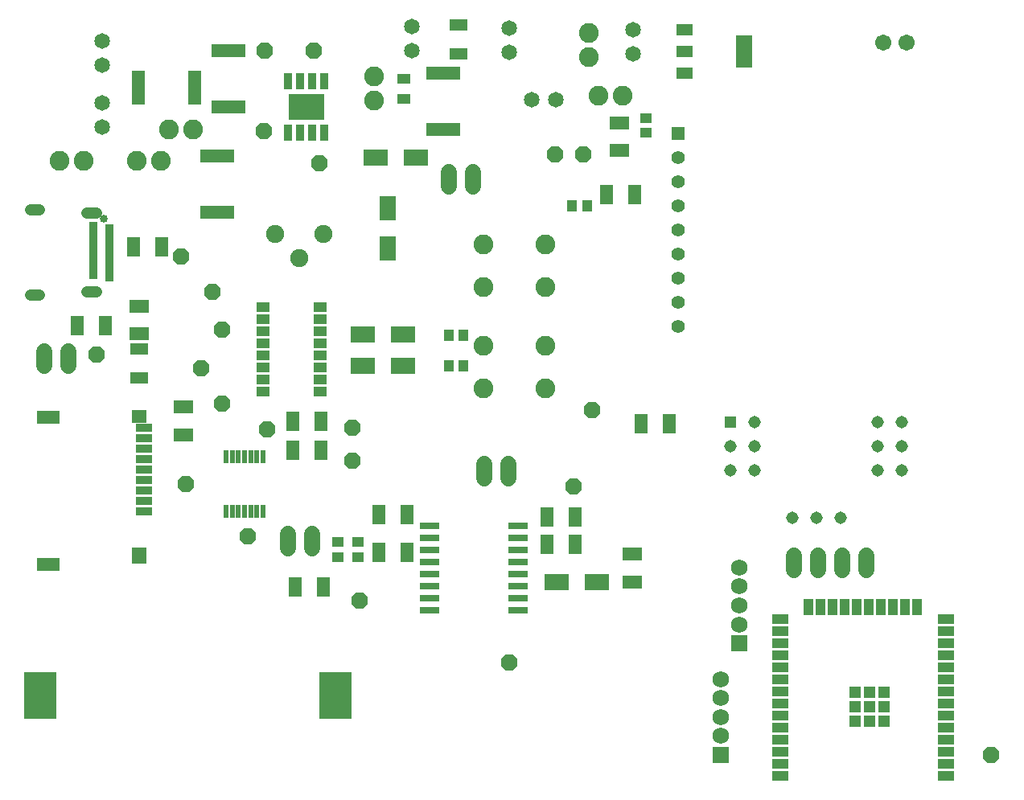
<source format=gbr>
G04 EAGLE Gerber RS-274X export*
G75*
%MOMM*%
%FSLAX34Y34*%
%LPD*%
%INSoldermask Top*%
%IPPOS*%
%AMOC8*
5,1,8,0,0,1.08239X$1,22.5*%
G01*
G04 Define Apertures*
%ADD10R,3.353200X4.983200*%
%ADD11R,1.173400X1.124100*%
%ADD12R,2.595200X1.768500*%
%ADD13R,1.413500X1.078900*%
%ADD14C,1.903200*%
%ADD15R,1.411200X1.411200*%
%ADD16C,1.411200*%
%ADD17R,1.311200X1.311200*%
%ADD18C,1.311200*%
%ADD19R,0.813200X1.803200*%
%ADD20R,3.713200X2.823200*%
%ADD21R,0.563200X1.463200*%
%ADD22R,1.803200X0.903200*%
%ADD23R,1.603200X1.403200*%
%ADD24R,1.603200X1.803200*%
%ADD25R,2.403200X1.403200*%
%ADD26R,2.077200X0.735800*%
%ADD27R,1.703200X1.203200*%
%ADD28R,1.703200X3.503200*%
%ADD29R,1.703200X1.103200*%
%ADD30R,1.103200X1.703200*%
%ADD31R,1.253200X1.253200*%
%ADD32R,1.403200X1.003200*%
%ADD33C,1.211200*%
%ADD34R,0.903200X0.503200*%
%ADD35C,0.853200*%
%ADD36R,1.915000X1.165000*%
%ADD37C,2.082800*%
%ADD38R,1.124100X1.173400*%
%ADD39R,1.768500X2.595200*%
%ADD40R,2.018500X1.367800*%
%ADD41P,1.8695X8X22.5*%
%ADD42C,1.727200*%
%ADD43R,1.727200X1.727200*%
%ADD44C,1.727200*%
%ADD45C,1.653200*%
%ADD46R,1.434400X3.573400*%
%ADD47R,3.573400X1.434400*%
%ADD48R,1.367800X2.018500*%
%ADD49C,1.711200*%
D10*
X249487Y577874D03*
X-60913Y577874D03*
D11*
X252000Y738946D03*
X252000Y723454D03*
X273700Y738946D03*
X273700Y723454D03*
D12*
X482721Y697100D03*
X524879Y697100D03*
D13*
X322000Y1206027D03*
X322000Y1227373D03*
D14*
X186100Y1063400D03*
X211500Y1038000D03*
X236900Y1063400D03*
D15*
X610800Y1169700D03*
D16*
X610800Y1144300D03*
X610800Y1118900D03*
X610800Y1093500D03*
X610800Y1068100D03*
X610800Y1042700D03*
X610800Y1017300D03*
X610800Y991900D03*
X610800Y966500D03*
D17*
X665800Y865800D03*
D18*
X665800Y840400D03*
X665800Y815000D03*
X691200Y865800D03*
X691200Y840400D03*
X691200Y815000D03*
X730400Y764400D03*
X755800Y764400D03*
X781200Y764400D03*
X820400Y815000D03*
X820400Y840400D03*
X820400Y865800D03*
X845800Y815000D03*
X845800Y840400D03*
X845800Y865800D03*
D19*
X238260Y1224240D03*
X225560Y1224240D03*
X212860Y1224240D03*
X200160Y1224240D03*
X200160Y1170240D03*
X212860Y1170240D03*
X225560Y1170240D03*
X238260Y1170240D03*
D20*
X219210Y1197240D03*
D21*
X173500Y829300D03*
X167000Y829300D03*
X160500Y829300D03*
X154000Y829300D03*
X147500Y829300D03*
X141000Y829300D03*
X134500Y829300D03*
X134500Y771300D03*
X141000Y771300D03*
X147500Y771300D03*
X154000Y771300D03*
X160500Y771300D03*
X167000Y771300D03*
X173500Y771300D03*
D22*
X48500Y859400D03*
X48500Y848400D03*
X48500Y837400D03*
X48500Y826400D03*
X48500Y815400D03*
X48500Y804400D03*
X48500Y793400D03*
X48500Y782400D03*
X48500Y771400D03*
D23*
X43500Y871400D03*
D24*
X43500Y724900D03*
D25*
X-52500Y870900D03*
X-52500Y715900D03*
D26*
X348400Y756500D03*
X348400Y743800D03*
X348400Y731100D03*
X348400Y718400D03*
X348400Y705700D03*
X348400Y693000D03*
X348400Y680300D03*
X348400Y667600D03*
X442130Y667600D03*
X442130Y680300D03*
X442130Y693000D03*
X442130Y705700D03*
X442130Y718400D03*
X442130Y731100D03*
X442130Y743800D03*
X442130Y756500D03*
D27*
X616800Y1279100D03*
X616800Y1256100D03*
X616800Y1233100D03*
D28*
X679800Y1256100D03*
D29*
X892600Y493160D03*
X892600Y505860D03*
X892600Y518560D03*
X892600Y531260D03*
X892600Y543960D03*
X892600Y556660D03*
X892600Y569360D03*
X892600Y582060D03*
X892600Y594760D03*
X892600Y607460D03*
X892600Y620160D03*
X892600Y632860D03*
X892600Y645560D03*
X892600Y658260D03*
D30*
X862200Y670360D03*
X849500Y670360D03*
X836800Y670360D03*
X824100Y670360D03*
X811400Y670360D03*
X798700Y670360D03*
X786000Y670360D03*
X773300Y670360D03*
X760600Y670360D03*
X747900Y670360D03*
D29*
X717600Y658260D03*
X717600Y645560D03*
X717600Y632860D03*
X717600Y620160D03*
X717600Y607460D03*
X717600Y594760D03*
X717600Y582060D03*
X717600Y569360D03*
X717600Y556660D03*
X717600Y543960D03*
X717600Y531260D03*
X717600Y518560D03*
X717600Y505860D03*
X717600Y493160D03*
D31*
X811900Y581410D03*
X811900Y566160D03*
X811900Y550910D03*
X796650Y581410D03*
X796650Y566160D03*
X796650Y550910D03*
X827150Y581410D03*
X827150Y566160D03*
X827150Y550910D03*
D32*
X173300Y986600D03*
X173300Y973900D03*
X173300Y961200D03*
X173300Y948500D03*
X173300Y935800D03*
X173300Y923100D03*
X173300Y910400D03*
X173300Y897700D03*
X233300Y897700D03*
X233300Y910400D03*
X233300Y923100D03*
X233300Y935800D03*
X233300Y948500D03*
X233300Y961200D03*
X233300Y973900D03*
X233300Y986600D03*
D33*
X-61464Y1088943D02*
X-71544Y1088943D01*
X-71544Y999143D02*
X-61464Y999143D01*
X-12044Y1002743D02*
X-1964Y1002743D01*
X-1964Y1085343D02*
X-12044Y1085343D01*
D34*
X12096Y1071543D03*
X-4904Y1019043D03*
X-4904Y1024043D03*
X-4904Y1029043D03*
X-4904Y1034043D03*
X-4904Y1039043D03*
X-4904Y1044043D03*
X-4904Y1049043D03*
X-4904Y1054043D03*
X-4904Y1059043D03*
X-4904Y1064043D03*
X-4904Y1069043D03*
X-4904Y1074043D03*
X12096Y1066543D03*
X12096Y1061543D03*
X12096Y1056543D03*
X12096Y1051543D03*
X12096Y1046543D03*
X12096Y1041543D03*
X12096Y1036543D03*
X12096Y1031543D03*
X12096Y1026543D03*
X12096Y1021543D03*
X12096Y1016543D03*
D35*
X5496Y1080043D03*
D36*
X43200Y912150D03*
X43200Y942650D03*
D12*
X278521Y925100D03*
X320679Y925100D03*
X278521Y957600D03*
X320679Y957600D03*
X334179Y1144100D03*
X292021Y1144100D03*
D37*
X405388Y945906D03*
X470412Y945906D03*
X405388Y900694D03*
X470412Y900694D03*
X470512Y1007694D03*
X405488Y1007694D03*
X470512Y1052906D03*
X405488Y1052906D03*
D38*
X384246Y925000D03*
X368754Y925000D03*
X384246Y956700D03*
X368754Y956700D03*
D39*
X305100Y1090879D03*
X305100Y1048721D03*
D36*
X379500Y1284150D03*
X379500Y1253650D03*
D40*
X548700Y1180854D03*
X548700Y1151346D03*
D11*
X576200Y1185846D03*
X576200Y1170354D03*
D38*
X514346Y1093000D03*
X498854Y1093000D03*
D41*
X87500Y1040000D03*
X-1500Y936500D03*
D42*
X-56700Y939620D02*
X-56700Y924380D01*
X-31300Y924380D02*
X-31300Y939620D01*
D41*
X108000Y922500D03*
X130000Y962500D03*
X480500Y1147500D03*
X120000Y1002500D03*
X92500Y800000D03*
X177500Y857500D03*
D42*
X199800Y747620D02*
X199800Y732380D01*
X225200Y732380D02*
X225200Y747620D01*
D41*
X157500Y745000D03*
X130000Y885000D03*
X500000Y797500D03*
X432500Y612500D03*
X510500Y1147500D03*
D43*
X655000Y515000D03*
D44*
X655000Y555000D03*
X655000Y535000D03*
X655000Y575000D03*
X655000Y595000D03*
D43*
X675000Y632500D03*
D44*
X675000Y672500D03*
X675000Y652500D03*
X675000Y692500D03*
X675000Y712500D03*
D41*
X519500Y878500D03*
D42*
X394700Y1113880D02*
X394700Y1129120D01*
X369300Y1129120D02*
X369300Y1113880D01*
D41*
X275000Y677500D03*
D42*
X431700Y806380D02*
X431700Y821620D01*
X406300Y821620D02*
X406300Y806380D01*
D41*
X940000Y515000D03*
X267500Y860000D03*
X267500Y825000D03*
X233000Y1138000D03*
X174500Y1172000D03*
X175500Y1256500D03*
X226500Y1256500D03*
D37*
X-40700Y1141000D03*
X-15300Y1141000D03*
D45*
X4000Y1201700D03*
X4000Y1176300D03*
D37*
X65700Y1141000D03*
X40300Y1141000D03*
D45*
X4000Y1266700D03*
X4000Y1241300D03*
D37*
X99700Y1174000D03*
X74300Y1174000D03*
X290000Y1229700D03*
X290000Y1204300D03*
D46*
X42305Y1218000D03*
X101695Y1218000D03*
D47*
X137000Y1256695D03*
X137000Y1197305D03*
X125000Y1145695D03*
X125000Y1086305D03*
D45*
X330000Y1256300D03*
X330000Y1281700D03*
D47*
X363427Y1173305D03*
X363427Y1232695D03*
D45*
X563000Y1253300D03*
X563000Y1278700D03*
D37*
X516000Y1250300D03*
X516000Y1275700D03*
D45*
X433000Y1255300D03*
X433000Y1280700D03*
X481700Y1205000D03*
X456300Y1205000D03*
D37*
X551700Y1209000D03*
X526300Y1209000D03*
D40*
X43000Y958246D03*
X43000Y987754D03*
D48*
X-21754Y967000D03*
X7754Y967000D03*
X66754Y1050000D03*
X37246Y1050000D03*
X600754Y864000D03*
X571246Y864000D03*
X564754Y1105000D03*
X535246Y1105000D03*
X234754Y836000D03*
X205246Y836000D03*
X234754Y866178D03*
X205246Y866178D03*
D40*
X90000Y881754D03*
X90000Y852246D03*
D48*
X207246Y692000D03*
X236754Y692000D03*
X295246Y768000D03*
X324754Y768000D03*
X295246Y728000D03*
X324754Y728000D03*
X472246Y766000D03*
X501754Y766000D03*
X472246Y737000D03*
X501754Y737000D03*
D40*
X562000Y726754D03*
X562000Y697246D03*
D49*
X826000Y1265300D03*
X851000Y1265300D03*
D42*
X731900Y724620D02*
X731900Y709380D01*
X757300Y709380D02*
X757300Y724620D01*
X782700Y724620D02*
X782700Y709380D01*
X808100Y709380D02*
X808100Y724620D01*
M02*

</source>
